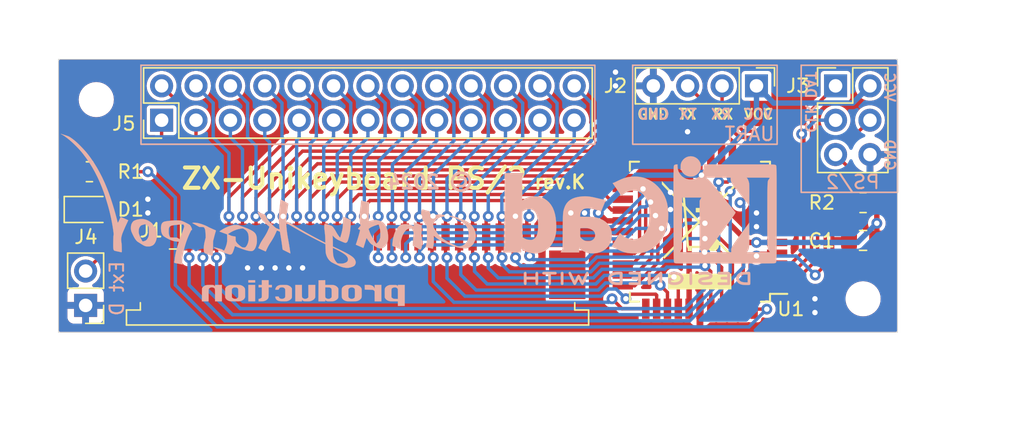
<source format=kicad_pcb>
(kicad_pcb (version 20221018) (generator pcbnew)
  (layers (0 "F.Cu" signal) (31 "B.Cu" signal) (34 "B.Paste" user) (35 "F.Paste" user) (36 "B.SilkS" user "B.Silkscreen") (37 "F.SilkS" user "F.Silkscreen") (38 "B.Mask" user) (39 "F.Mask" user) (44 "Edge.Cuts" user))
  (net 0 "")
  (net 1 "GND")
  (net 2 "+5V")
  (net 3 "Net-(D1-A)")
  (net 4 "/RESET")
  (net 5 "/AVR_MOSI")
  (net 6 "/AVR_SCK")
  (net 7 "/AVR_MISO")
  (net 8 "/PIN26")
  (net 9 "/PIN25")
  (net 10 "/PIN24")
  (net 11 "/PIN23")
  (net 12 "/PIN22")
  (net 13 "/PIN21")
  (net 14 "/PIN20")
  (net 15 "/PIN19")
  (net 16 "/PIN18")
  (net 17 "/PIN17")
  (net 18 "/PIN16")
  (net 19 "/PIN15")
  (net 20 "/PIN14")
  (net 21 "/PIN13")
  (net 22 "/PIN12")
  (net 23 "/PIN11")
  (net 24 "/PIN10")
  (net 25 "/PIN9")
  (net 26 "/PIN8")
  (net 27 "/PIN7")
  (net 28 "/PIN6")
  (net 29 "/PIN5")
  (net 30 "/PIN4")
  (net 31 "/PIN3")
  (net 32 "/PIN2")
  (net 33 "/PIN1")
  (net 34 "/UART_TX")
  (net 35 "/UART_RX")
  (net 36 "/AVR_SS")
  (footprint "Capacitor_SMD:C_0805_2012Metric_Pad1.18x1.45mm_HandSolder" (layer "F.Cu") (at 140.716 61.722 180)
    (fp_text reference "C1")
    (fp_text value "100nF")
  )
  (footprint "LED_SMD:LED_0805_2012Metric_Pad1.15x1.40mm_HandSolder" (layer "F.Cu") (at 83.566 59.436)
    (fp_text reference "D1")
    (fp_text value "ACT")
  )
  (footprint "Connector_PinHeader_2.54mm:PinHeader_2x03_P2.54mm_Vertical" (layer "F.Cu") (at 138.684 50.292)
    (fp_text reference "J3")
    (fp_text value "ISP")
  )
  (footprint "Connector_FFC-FPC:TE_2-84952-6_1x26-1MP_P1.0mm_Horizontal" (layer "F.Cu") (at 103.374 63.268)
    (fp_text reference "J1")
    (fp_text value "Matrix")
  )
  (footprint "Connector_PinHeader_2.54mm:PinHeader_1x04_P2.54mm_Vertical" (layer "F.Cu") (at 132.842 50.292 -90)
    (fp_text reference "J2" hide)
    (fp_text value "UART")
  )
  (footprint "Resistor_SMD:R_0805_2012Metric_Pad1.20x1.40mm_HandSolder" (layer "F.Cu") (at 140.716 58.928 180)
    (fp_text reference "R2")
    (fp_text value "10k")
  )
  (footprint "Resistor_SMD:R_0805_2012Metric_Pad1.20x1.40mm_HandSolder" (layer "F.Cu") (at 83.566 56.642 180)
    (fp_text reference "R1")
    (fp_text value "1k")
  )
  (footprint "Package_QFP:TQFP-44_10x10mm_P0.8mm" (layer "F.Cu") (at 128.666 61.074 180)
    (fp_text reference "U1")
    (fp_text value "ATmega32A-AU")
  )
  (footprint "MountingHole:MountingHole_2.1mm" (layer "F.Cu") (at 140.716 66.04)
    (fp_text reference "H1" hide)
    (fp_text value "MountingHole" hide)
  )
  (footprint "MountingHole:MountingHole_2.1mm" (layer "F.Cu") (at 84.074 51.308)
    (fp_text reference "H2" hide)
    (fp_text value "MountingHole" hide)
  )
  (footprint "Symbol:WEEE-Logo_5.6x8mm_SilkScreen" (layer "F.Cu") (at 128.666 61.328)
    (fp_text reference "REF**" hide)
    (fp_text value "WEEE-Logo_5.6x8mm_SilkScreen" hide)
  )
  (footprint "Connector_PinHeader_2.54mm:PinHeader_1x02_P2.54mm_Vertical" (layer "F.Cu") (at 83.287 66.528 180)
    (fp_text reference "J4")
    (fp_text value "Ext D")
  )
  (footprint "Connector_PinHeader_2.54mm:PinHeader_2x13_P2.54mm_Vertical" (layer "F.Cu") (at 88.9 52.832 90)
    (fp_text reference "J5")
    (fp_text value "Matrix")
  )
  (footprint "Symbol:KiCad-Logo2_8mm_SilkScreen" (layer "B.Cu") (at 124.206 59.436 180)
    (fp_text reference "REF**" hide)
    (fp_text value "KiCad-Logo2_8mm_SilkScreen" hide)
  )
  (footprint "footprints:andy_karpov_logo4_silk" (layer "B.Cu") (at 96.774 60.198 180)
    (fp_text reference "G***" hide)
    (fp_text value "LOGO" hide)
  )
  (gr_rect (start 136.144 48.768) (end 143.256 58.166) (stroke (width 0.12)) (fill none) (layer "B.SilkS"))
  (gr_rect (start 87.376 48.768) (end 120.904 54.61) (stroke (width 0.12)) (fill none) (layer "B.SilkS"))
  (gr_rect (start 123.698 48.768) (end 134.366 54.61) (stroke (width 0.12)) (fill none) (layer "B.SilkS"))
  (gr_line (start 81.28 68.5165) (end 81.28 48.3235) (stroke (width 0.05)) (layer "Edge.Cuts"))
  (gr_line (start 81.28 48.3235) (end 143.256 48.3235) (stroke (width 0.05)) (layer "Edge.Cuts"))
  (gr_line (start 143.256 68.5165) (end 81.28 68.5165) (stroke (width 0.05)) (layer "Edge.Cuts"))
  (gr_line (start 143.256 48.3235) (end 143.256 68.5165) (stroke (width 0.05)) (layer "Edge.Cuts"))
  (gr_text "TX" (at 128.524 52.832) (layer "B.SilkS") (effects (font (size 0.75 0.75)) (justify left bottom mirror)))
  (gr_text "© 2024" (at 112.014 57.404) (layer "B.SilkS") (effects (font (size 1 1) (thickness 0.2)) (justify left mirror)))
  (gr_text "PS/2" (at 139.954 57.404) (layer "B.SilkS") (effects (font (size 1 1)) (justify mirror)))
  (gr_text "RX" (at 131.064 52.832) (layer "B.SilkS") (effects (font (size 0.75 0.75)) (justify left bottom mirror)))
  (gr_text "VCC" (at 134.112 52.832) (layer "B.SilkS") (effects (font (size 0.75 0.75)) (justify left bottom mirror)))
  (gr_text "GND" (at 126.492 52.832) (layer "B.SilkS") (effects (font (size 0.75 0.75)) (justify left bottom mirror)))
  (gr_text "DAT" (at 136.398 51.308 -90) (layer "B.SilkS") (effects (font (size 0.75 0.75)) (justify left bottom mirror)))
  (gr_text "GND" (at 142.24 56.642 -90) (layer "B.SilkS") (effects (font (size 0.75 0.75)) (justify left bottom mirror)))
  (gr_text "VCC" (at 142.24 51.562 -90) (layer "B.SilkS") (effects (font (size 0.75 0.75)) (justify left bottom mirror)))
  (gr_text "CLK" (at 136.398 53.848 -90) (layer "B.SilkS") (effects (font (size 0.75 0.75)) (justify left bottom mirror)))
  (gr_text "rev.K" (at 116.332 57.404) (layer "F.SilkS") (effects (font (size 1 1) (thickness 0.2)) (justify left)))
  (gr_text "RX" (at 129.54 52.832) (layer "F.SilkS") (effects (font (size 0.75 0.75)) (justify left bottom)))
  (gr_text "VCC" (at 131.826 52.832) (layer "F.SilkS") (effects (font (size 0.75 0.75)) (justify left bottom)))
  (gr_text "ZX-Unikeyboard PS/2" (at 103.124 57.15) (layer "F.SilkS") (effects (font (size 1.5 1.5) (thickness 0.3))))
  (gr_text "TX" (at 127 52.832) (layer "F.SilkS") (effects (font (size 0.75 0.75)) (justify left bottom)))
  (gr_text "GND" (at 123.952 52.832) (layer "F.SilkS") (effects (font (size 0.75 0.75)) (justify left bottom)))
  (segment (start 121.018 61.074) (end 120.142 60.198) (width 0.4) (layer "F.Cu") (net 1))
  (segment (start 127.866 53.799306) (end 127.750847 53.684153) (width 0.25) (layer "F.Cu") (net 1))
  (segment (start 122.966 61.074) (end 121.018 61.074) (width 0.4) (layer "F.Cu") (net 1))
  (segment (start 120.142 60.198) (end 120.142 59.69) (width 0.4) (layer "F.Cu") (net 1))
  (segment (start 127.866 55.374) (end 127.866 53.799306) (width 0.25) (layer "F.Cu") (net 1))
  (via (at 122.428 49.276) (size 0.8) (drill 0.4) (layers "F.Cu" "B.Cu") (net 1))
  (via (at 137.16 67.056) (size 0.8) (drill 0.4) (layers "F.Cu" "B.Cu") (net 1))
  (via (at 96.266 63.754) (size 0.8) (drill 0.4) (layers "F.Cu" "B.Cu") (net 1))
  (via (at 132.842 59.69) (size 0.8) (drill 0.4) (layers "F.Cu" "B.Cu") (net 1))
  (via (at 127.750847 53.684153) (size 0.8) (drill 0.4) (layers "F.Cu" "B.Cu") (net 1))
  (via (at 97.282 63.754) (size 0.8) (drill 0.4) (layers "F.Cu" "B.Cu") (net 1))
  (via (at 122.428 50.292) (size 0.8) (drill 0.4) (layers "F.Cu" "B.Cu") (net 1))
  (via (at 132.842 60.706) (size 0.8) (drill 0.4) (layers "F.Cu" "B.Cu") (net 1))
  (via (at 95.25 63.754) (size 0.8) (drill 0.4) (layers "F.Cu" "B.Cu") (net 1))
  (via (at 98.298 63.754) (size 0.8) (drill 0.4) (layers "F.Cu" "B.Cu") (net 1))
  (via (at 99.314 63.754) (size 0.8) (drill 0.4) (layers "F.Cu" "B.Cu") (net 1))
  (via (at 119.126 59.69) (size 0.8) (drill 0.4) (layers "F.Cu" "B.Cu") (net 1))
  (via (at 126.492 58.166) (size 0.8) (drill 0.4) (layers "F.Cu" "B.Cu") (net 1))
  (via (at 87.884 59.69) (size 0.8) (drill 0.4) (layers "F.Cu" "B.Cu") (net 1))
  (via (at 126.492 59.436) (size 0.8) (drill 0.4) (layers "F.Cu" "B.Cu") (net 1))
  (via (at 120.142 59.69) (size 0.8) (drill 0.4) (layers "F.Cu" "B.Cu") (net 1))
  (via (at 87.884 58.674) (size 0.8) (drill 0.4) (layers "F.Cu" "B.Cu") (net 1))
  (via (at 137.16 66.04) (size 0.8) (drill 0.4) (layers "F.Cu" "B.Cu") (net 1))
  (segment (start 127.750847 53.684153) (end 127.750847 53.605153) (width 0.25) (layer "B.Cu") (net 1))
  (segment (start 120.142 59.69) (end 119.38 59.69) (width 0.25) (layer "B.Cu") (net 1))
  (segment (start 127.750847 53.605153) (end 128.27 53.086) (width 0.25) (layer "B.Cu") (net 1))
  (segment (start 141.732 60.452) (end 141.732 58.944) (width 0.4) (layer "F.Cu") (net 2))
  (segment (start 134.366 61.874) (end 132.842 61.874) (width 0.4) (layer "F.Cu") (net 2))
  (segment (start 128.778 58.42) (end 128.778 56.896) (width 0.4) (layer "F.Cu") (net 2))
  (segment (start 141.732 60.452) (end 141.732 61.7005) (width 0.4) (layer "F.Cu") (net 2))
  (segment (start 127.866 59.332) (end 128.778 58.42) (width 0.4) (layer "F.Cu") (net 2))
  (segment (start 141.732 58.944) (end 141.716 58.928) (width 0.25) (layer "F.Cu") (net 2))
  (segment (start 132.842 61.874) (end 132.232 61.874) (width 0.4) (layer "F.Cu") (net 2))
  (segment (start 128.666 56.784) (end 128.666 55.374) (width 0.4) (layer "F.Cu") (net 2))
  (segment (start 121.158 59.69) (end 121.742 60.274) (width 0.4) (layer "F.Cu") (net 2))
  (segment (start 121.742 60.274) (end 122.966 60.274) (width 0.4) (layer "F.Cu") (net 2))
  (segment (start 128.778 56.896) (end 128.666 56.784) (width 0.25) (layer "F.Cu") (net 2))
  (segment (start 132.232 61.874) (end 128.778 58.42) (width 0.4) (layer "F.Cu") (net 2))
  (segment (start 127.866 66.774) (end 127.866 59.332) (width 0.4) (layer "F.Cu") (net 2))
  (segment (start 141.732 61.7005) (end 141.7535 61.722) (width 0.25) (layer "F.Cu") (net 2))
  (via (at 121.158 59.69) (size 0.8) (drill 0.4) (layers "F.Cu" "B.Cu") (net 2))
  (via (at 128.778 56.896) (size 0.8) (drill 0.4) (layers "F.Cu" "B.Cu") (net 2))
  (via (at 141.732 60.452) (size 0.8) (drill 0.4) (layers "F.Cu" "B.Cu") (net 2))
  (via (at 132.842 61.874) (size 0.8) (drill 0.4) (layers "F.Cu" "B.Cu") (net 2))
  (segment (start 140.31 61.874) (end 132.842 61.874) (width 0.4) (layer "B.Cu") (net 2))
  (segment (start 128.778 56.896) (end 132.842 52.832) (width 0.4) (layer "B.Cu") (net 2))
  (segment (start 139.954 51.562) (end 134.112 51.562) (width 0.4) (layer "B.Cu") (net 2))
  (segment (start 123.952 56.896) (end 128.778 56.896) (width 0.4) (layer "B.Cu") (net 2))
  (segment (start 141.224 50.292) (end 139.954 51.562) (width 0.4) (layer "B.Cu") (net 2))
  (segment (start 121.158 59.69) (end 123.952 56.896) (width 0.4) (layer "B.Cu") (net 2))
  (segment (start 134.112 51.562) (end 132.842 50.292) (width 0.4) (layer "B.Cu") (net 2))
  (segment (start 132.842 52.832) (end 132.842 50.292) (width 0.4) (layer "B.Cu") (net 2))
  (segment (start 141.732 60.452) (end 140.31 61.874) (width 0.4) (layer "B.Cu") (net 2))
  (segment (start 83.287 63.988) (end 84.591 62.684) (width 0.25) (layer "F.Cu") (net 3))
  (segment (start 84.591 62.684) (end 84.591 59.436) (width 0.25) (layer "F.Cu") (net 3))
  (segment (start 84.591 58.937) (end 84.591 59.436) (width 0.25) (layer "F.Cu") (net 3))
  (segment (start 82.566 56.912) (end 84.591 58.937) (width 0.25) (layer "F.Cu") (net 3))
  (segment (start 82.566 56.642) (end 82.566 56.912) (width 0.25) (layer "F.Cu") (net 3))
  (segment (start 139.716 58.928) (end 139.716 56.404) (width 0.25) (layer "F.Cu") (net 4))
  (segment (start 137.922 63.543306) (end 137.922 59.182) (width 0.25) (layer "F.Cu") (net 4))
  (segment (start 138.176 58.928) (end 139.716 58.928) (width 0.25) (layer "F.Cu") (net 4))
  (segment (start 132.842 62.874003) (end 133.042003 62.674) (width 0.25) (layer "F.Cu") (net 4))
  (segment (start 139.716 56.404) (end 138.684 55.372) (width 0.25) (layer "F.Cu") (net 4))
  (segment (start 133.042003 62.674) (end 134.366 62.674) (width 0.25) (layer "F.Cu") (net 4))
  (segment (start 137.922 59.182) (end 138.176 58.928) (width 0.25) (layer "F.Cu") (net 4))
  (segment (start 137.181653 64.283653) (end 137.922 63.543306) (width 0.25) (layer "F.Cu") (net 4))
  (via (at 132.842 62.874003) (size 0.8) (drill 0.4) (layers "F.Cu" "B.Cu") (net 4))
  (via (at 137.181653 64.283653) (size 0.8) (drill 0.4) (layers "F.Cu" "B.Cu") (net 4))
  (segment (start 132.842 62.874003) (end 135.772003 62.874003) (width 0.25) (layer "B.Cu") (net 4))
  (segment (start 135.772003 62.874003) (end 137.181653 64.283653) (width 0.25) (layer "B.Cu") (net 4))
  (segment (start 135.366 65.074) (end 137.356 63.084) (width 0.25) (layer "F.Cu") (net 5))
  (segment (start 137.356 63.084) (end 137.356 54.922) (width 0.25) (layer "F.Cu") (net 5))
  (segment (start 139.954 54.102) (end 141.224 52.832) (width 0.25) (layer "F.Cu") (net 5))
  (segment (start 137.356 54.922) (end 138.176 54.102) (width 0.25) (layer "F.Cu") (net 5))
  (segment (start 138.176 54.102) (end 139.954 54.102) (width 0.25) (layer "F.Cu") (net 5))
  (segment (start 134.366 65.074) (end 135.366 65.074) (width 0.25) (layer "F.Cu") (net 5))
  (segment (start 135.366 63.474) (end 134.366 63.474) (width 0.25) (layer "F.Cu") (net 6))
  (segment (start 136.341 54.008) (end 136.341 62.499) (width 0.25) (layer "F.Cu") (net 6))
  (segment (start 136.341 62.499) (end 135.366 63.474) (width 0.25) (layer "F.Cu") (net 6))
  (segment (start 136.181 53.848) (end 136.341 54.008) (width 0.25) (layer "F.Cu") (net 6))
  (via (at 136.181 53.848) (size 0.8) (drill 0.4) (layers "F.Cu" "B.Cu") (net 6))
  (segment (start 137.197 52.832) (end 138.684 52.832) (width 0.25) (layer "B.Cu") (net 6))
  (segment (start 136.181 53.848) (end 137.197 52.832) (width 0.25) (layer "B.Cu") (net 6))
  (segment (start 136.906 52.07) (end 138.684 50.292) (width 0.25) (layer "F.Cu") (net 7))
  (segment (start 135.37 64.274) (end 136.906 62.738) (width 0.25) (layer "F.Cu") (net 7))
  (segment (start 134.366 64.274) (end 135.37 64.274) (width 0.25) (layer "F.Cu") (net 7))
  (segment (start 136.906 62.738) (end 136.906 52.07) (width 0.25) (layer "F.Cu") (net 7))
  (segment (start 129.032 60.452) (end 131.866 63.286) (width 0.25) (layer "F.Cu") (net 8))
  (segment (start 115.874 60.107516) (end 115.874 61.468) (width 0.25) (layer "F.Cu") (net 8))
  (segment (start 115.874 62.665) (end 115.874 61.468) (width 0.25) (layer "F.Cu") (net 8))
  (segment (start 131.866 63.286) (end 131.866 66.774) (width 0.25) (layer "F.Cu") (net 8))
  (segment (start 116.078 62.869) (end 115.874 62.665) (width 0.25) (layer "F.Cu") (net 8))
  (segment (start 116.034617 59.946899) (end 115.874 60.107516) (width 0.25) (layer "F.Cu") (net 8))
  (via (at 129.032 60.452) (size 0.8) (drill 0.4) (layers "F.Cu" "B.Cu") (net 8))
  (via (at 116.034617 59.946899) (size 0.8) (drill 0.4) (layers "F.Cu" "B.Cu") (net 8))
  (via (at 116.078 62.869) (size 0.8) (drill 0.4) (layers "F.Cu" "B.Cu") (net 8))
  (segment (start 120.65 54.356) (end 120.65 51.562) (width 0.25) (layer "B.Cu") (net 8))
  (segment (start 125.501718 62.506) (end 120.864319 62.506) (width 0.25) (layer "B.Cu") (net 8))
  (segment (start 127.555718 60.452) (end 125.501718 62.506) (width 0.25) (layer "B.Cu") (net 8))
  (segment (start 129.032 60.452) (end 127.555718 60.452) (width 0.25) (layer "B.Cu") (net 8))
  (segment (start 116.353 63.144) (end 116.078 62.869) (width 0.25) (layer "B.Cu") (net 8))
  (segment (start 116.034617 58.971383) (end 120.65 54.356) (width 0.25) (layer "B.Cu") (net 8))
  (segment (start 116.034617 59.946899) (end 116.034617 58.971383) (width 0.25) (layer "B.Cu") (net 8))
  (segment (start 120.226319 63.144) (end 116.353 63.144) (width 0.25) (layer "B.Cu") (net 8))
  (segment (start 120.864319 62.506) (end 120.226319 63.144) (width 0.25) (layer "B.Cu") (net 8))
  (segment (start 120.65 51.562) (end 119.38 50.292) (width 0.25) (layer "B.Cu") (net 8))
  (segment (start 115.046003 62.992) (end 114.874 62.819997) (width 0.25) (layer "F.Cu") (net 9))
  (segment (start 129.153788 61.589788) (end 131.066 63.502) (width 0.25) (layer "F.Cu") (net 9))
  (segment (start 114.874 60.093846) (end 114.874 61.468) (width 0.25) (layer "F.Cu") (net 9))
  (segment (start 131.066 63.502) (end 131.066 66.774) (width 0.25) (layer "F.Cu") (net 9))
  (segment (start 115.034709 59.933137) (end 114.874 60.093846) (width 0.25) (layer "F.Cu") (net 9))
  (segment (start 114.874 62.819997) (end 114.874 61.468) (width 0.25) (layer "F.Cu") (net 9))
  (segment (start 129.03219 61.589788) (end 129.153788 61.589788) (width 0.25) (layer "F.Cu") (net 9))
  (via (at 115.046003 62.992) (size 0.8) (drill 0.4) (layers "F.Cu" "B.Cu") (net 9))
  (via (at 115.034709 59.933137) (size 0.8) (drill 0.4) (layers "F.Cu" "B.Cu") (net 9))
  (via (at 129.03219 61.589788) (size 0.8) (drill 0.4) (layers "F.Cu" "B.Cu") (net 9))
  (segment (start 119.38 54.356) (end 119.38 52.832) (width 0.25) (layer "B.Cu") (net 9))
  (segment (start 115.034709 59.933137) (end 115.034709 58.701291) (width 0.25) (layer "B.Cu") (net 9))
  (segment (start 115.046003 62.992) (end 115.046003 63.230003) (width 0.25) (layer "B.Cu") (net 9))
  (segment (start 126.271005 62.796) (end 127.477217 61.589788) (width 0.25) (layer "B.Cu") (net 9))
  (segment (start 115.046003 63.230003) (end 115.41 63.594) (width 0.25) (layer "B.Cu") (net 9))
  (segment (start 120.412715 63.594) (end 121.050715 62.956) (width 0.25) (layer "B.Cu") (net 9))
  (segment (start 125.848114 62.796) (end 126.271005 62.796) (width 0.25) (layer "B.Cu") (net 9))
  (segment (start 127.477217 61.589788) (end 129.03219 61.589788) (width 0.25) (layer "B.Cu") (net 9))
  (segment (start 115.034709 58.701291) (end 119.38 54.356) (width 0.25) (layer "B.Cu") (net 9))
  (segment (start 121.050715 62.956) (end 125.688114 62.956) (width 0.25) (layer "B.Cu") (net 9))
  (segment (start 115.41 63.594) (end 120.412715 63.594) (width 0.25) (layer "B.Cu") (net 9))
  (segment (start 125.688114 62.956) (end 125.848114 62.796) (width 0.25) (layer "B.Cu") (net 9))
  (segment (start 129.012925 62.589605) (end 129.137605 62.589605) (width 0.25) (layer "F.Cu") (net 10))
  (segment (start 129.137605 62.589605) (end 130.266 63.718) (width 0.25) (layer "F.Cu") (net 10))
  (segment (start 130.266 63.718) (end 130.266 66.774) (width 0.25) (layer "F.Cu") (net 10))
  (segment (start 113.874 60.104778) (end 113.874 61.468) (width 0.25) (layer "F.Cu") (net 10))
  (segment (start 114.034766 59.944012) (end 113.874 60.104778) (width 0.25) (layer "F.Cu") (net 10))
  (segment (start 113.874 62.82) (end 114.046 62.992) (width 0.25) (layer "F.Cu") (net 10))
  (segment (start 113.874 61.468) (end 113.874 62.82) (width 0.25) (layer "F.Cu") (net 10))
  (via (at 129.012925 62.589605) (size 0.8) (drill 0.4) (layers "F.Cu" "B.Cu") (net 10))
  (via (at 114.034766 59.944012) (size 0.8) (drill 0.4) (layers "F.Cu" "B.Cu") (net 10))
  (via (at 114.046 62.992) (size 0.8) (drill 0.4) (layers "F.Cu" "B.Cu") (net 10))
  (segment (start 128.35653 63.246) (end 126.03451 63.246) (width 0.25) (layer "B.Cu") (net 10))
  (segment (start 120.599111 64.044) (end 114.59 64.044) (width 0.25) (layer "B.Cu") (net 10))
  (segment (start 114.034766 59.944012) (end 114.034766 58.431234) (width 0.25) (layer "B.Cu") (net 10))
  (segment (start 125.87451 63.406) (end 121.237111 63.406) (width 0.25) (layer "B.Cu") (net 10))
  (segment (start 114.59 64.044) (end 114.046 63.5) (width 0.25) (layer "B.Cu") (net 10))
  (segment (start 129.012925 62.589605) (end 128.35653 63.246) (width 0.25) (layer "B.Cu") (net 10))
  (segment (start 114.034766 58.431234) (end 118.11 54.356) (width 0.25) (layer "B.Cu") (net 10))
  (segment (start 126.03451 63.246) (end 125.87451 63.406) (width 0.25) (layer "B.Cu") (net 10))
  (segment (start 121.237111 63.406) (end 120.599111 64.044) (width 0.25) (layer "B.Cu") (net 10))
  (segment (start 114.046 63.5) (end 114.046 62.992) (width 0.25) (layer "B.Cu") (net 10))
  (segment (start 118.11 51.562) (end 116.84 50.292) (width 0.25) (layer "B.Cu") (net 10))
  (segment (start 118.11 54.356) (end 118.11 51.562) (width 0.25) (layer "B.Cu") (net 10))
  (segment (start 113.03 59.944) (end 112.874 60.1) (width 0.25) (layer "F.Cu") (net 11))
  (segment (start 129.03616 63.591675) (end 129.466 64.021515) (width 0.25) (layer "F.Cu") (net 11))
  (segment (start 112.874 60.1) (end 112.874 61.468) (width 0.25) (layer "F.Cu") (net 11))
  (segment (start 112.874 61.468) (end 112.874 62.836) (width 0.25) (layer "F.Cu") (net 11))
  (segment (start 112.874 62.836) (end 113.03 62.992) (width 0.25) (layer "F.Cu") (net 11))
  (segment (start 129.466 64.021515) (end 129.466 66.774) (width 0.25) (layer "F.Cu") (net 11))
  (via (at 113.03 62.992) (size 0.8) (drill 0.4) (layers "F.Cu" "B.Cu") (net 11))
  (via (at 129.03616 63.591675) (size 0.8) (drill 0.4) (layers "F.Cu" "B.Cu") (net 11))
  (via (at 113.03 59.944) (size 0.8) (drill 0.4) (layers "F.Cu" "B.Cu") (net 11))
  (segment (start 120.785507 64.494) (end 113.77 64.494) (width 0.25) (layer "B.Cu") (net 11))
  (segment (start 116.84 54.356) (end 116.84 52.832) (width 0.25) (layer "B.Cu") (net 11))
  (segment (start 121.423507 63.856) (end 120.785507 64.494) (width 0.25) (layer "B.Cu") (net 11))
  (segment (start 129.03616 63.591675) (end 128.931835 63.696) (width 0.25) (layer "B.Cu") (net 11))
  (segment (start 113.03 59.944) (end 113.03 58.166) (width 0.25) (layer "B.Cu") (net 11))
  (segment (start 126.220906 63.696) (end 126.060906 63.856) (width 0.25) (layer "B.Cu") (net 11))
  (segment (start 113.77 64.494) (end 113.03 63.754) (width 0.25) (layer "B.Cu") (net 11))
  (segment (start 128.931835 63.696) (end 126.220906 63.696) (width 0.25) (layer "B.Cu") (net 11))
  (segment (start 113.03 58.166) (end 116.84 54.356) (width 0.25) (layer "B.Cu") (net 11))
  (segment (start 126.060906 63.856) (end 121.423507 63.856) (width 0.25) (layer "B.Cu") (net 11))
  (segment (start 113.03 63.754) (end 113.03 62.992) (width 0.25) (layer "B.Cu") (net 11))
  (segment (start 127.066 64.741) (end 127.066 66.774) (width 0.25) (layer "F.Cu") (net 12))
  (segment (start 111.874 62.852) (end 112.014 62.992) (width 0.25) (layer "F.Cu") (net 12))
  (segment (start 111.874 61.468) (end 111.874 62.852) (width 0.25) (layer "F.Cu") (net 12))
  (segment (start 126.746 64.421) (end 127.066 64.741) (width 0.25) (layer "F.Cu") (net 12))
  (segment (start 111.998003 59.944) (end 111.874 60.068003) (width 0.25) (layer "F.Cu") (net 12))
  (segment (start 111.874 60.068003) (end 111.874 61.468) (width 0.25) (layer "F.Cu") (net 12))
  (via (at 126.746 64.421) (size 0.8) (drill 0.4) (layers "F.Cu" "B.Cu") (net 12))
  (via (at 111.998003 59.944) (size 0.8) (drill 0.4) (layers "F.Cu" "B.Cu") (net 12))
  (via (at 112.014 62.992) (size 0.8) (drill 0.4) (layers "F.Cu" "B.Cu") (net 12))
  (segment (start 112.95 64.944) (end 112.014 64.008) (width 0.25) (layer "B.Cu") (net 12))
  (segment (start 115.57 54.102) (end 115.57 51.562) (width 0.25) (layer "B.Cu") (net 12))
  (segment (start 126.746 64.421) (end 126.631 64.306) (width 0.25) (layer "B.Cu") (net 12))
  (segment (start 111.998003 57.673997) (end 115.57 54.102) (width 0.25) (layer "B.Cu") (net 12))
  (segment (start 120.971903 64.944) (end 112.95 64.944) (width 0.25) (layer "B.Cu") (net 12))
  (segment (start 126.631 64.306) (end 121.609903 64.306) (width 0.25) (layer "B.Cu") (net 12))
  (segment (start 111.998003 59.944) (end 111.998003 57.673997) (width 0.25) (layer "B.Cu") (net 12))
  (segment (start 115.57 51.562) (end 114.3 50.292) (width 0.25) (layer "B.Cu") (net 12))
  (segment (start 121.609903 64.306) (end 120.971903 64.944) (width 0.25) (layer "B.Cu") (net 12))
  (segment (start 112.014 64.008) (end 112.014 62.992) (width 0.25) (layer "B.Cu") (net 12))
  (segment (start 110.874 62.868) (end 110.998 62.992) (width 0.25) (layer "F.Cu") (net 13))
  (segment (start 110.998 59.944) (end 110.874 60.068) (width 0.25) (layer "F.Cu") (net 13))
  (segment (start 125.73 65.031) (end 126.266 65.567) (width 0.25) (layer "F.Cu") (net 13))
  (segment (start 126.266 65.567) (end 126.266 66.774) (width 0.25) (layer "F.Cu") (net 13))
  (segment (start 110.874 60.068) (end 110.874 61.468) (width 0.25) (layer "F.Cu") (net 13))
  (segment (start 110.874 61.468) (end 110.874 62.868) (width 0.25) (layer "F.Cu") (net 13))
  (via (at 110.998 59.944) (size 0.8) (drill 0.4) (layers "F.Cu" "B.Cu") (net 13))
  (via (at 110.998 62.992) (size 0.8) (drill 0.4) (layers "F.Cu" "B.Cu") (net 13))
  (via (at 125.73 65.031) (size 0.8) (drill 0.4) (layers "F.Cu" "B.Cu") (net 13))
  (segment (start 125.564 64.865) (end 121.687299 64.865) (width 0.25) (layer "B.Cu") (net 13))
  (segment (start 114.3 54.356) (end 114.3 52.832) (width 0.25) (layer "B.Cu") (net 13))
  (segment (start 125.73 65.031) (end 125.564 64.865) (width 0.25) (layer "B.Cu") (net 13))
  (segment (start 110.998 59.944) (end 110.998 57.658) (width 0.25) (layer "B.Cu") (net 13))
  (segment (start 121.158299 65.394) (end 112.13 65.394) (width 0.25) (layer "B.Cu") (net 13))
  (segment (start 112.13 65.394) (end 110.998 64.262) (width 0.25) (layer "B.Cu") (net 13))
  (segment (start 110.998 64.262) (end 110.998 62.992) (width 0.25) (layer "B.Cu") (net 13))
  (segment (start 121.687299 64.865) (end 121.158299 65.394) (width 0.25) (layer "B.Cu") (net 13))
  (segment (start 110.998 57.658) (end 114.3 54.356) (width 0.25) (layer "B.Cu") (net 13))
  (segment (start 123.531 65.699) (end 125.391 65.699) (width 0.25) (layer "F.Cu") (net 14))
  (segment (start 125.391 65.699) (end 125.466 65.774) (width 0.25) (layer "F.Cu") (net 14))
  (segment (start 109.874 62.884) (end 109.982 62.992) (width 0.25) (layer "F.Cu") (net 14))
  (segment (start 109.874 61.468) (end 109.874 60.052) (width 0.25) (layer "F.Cu") (net 14))
  (segment (start 109.874 60.052) (end 109.982 59.944) (width 0.25) (layer "F.Cu") (net 14))
  (segment (start 109.874 61.468) (end 109.874 62.884) (width 0.25) (layer "F.Cu") (net 14))
  (segment (start 125.466 65.774) (end 125.466 66.774) (width 0.25) (layer "F.Cu") (net 14))
  (segment (start 123.194653 66.035347) (end 123.531 65.699) (width 0.25) (layer "F.Cu") (net 14))
  (via (at 123.194653 66.035347) (size 0.8) (drill 0.4) (layers "F.Cu" "B.Cu") (net 14))
  (via (at 109.982 59.944) (size 0.8) (drill 0.4) (layers "F.Cu" "B.Cu") (net 14))
  (via (at 109.982 62.992) (size 0.8) (drill 0.4) (layers "F.Cu" "B.Cu") (net 14))
  (segment (start 121.873695 65.315) (end 121.344695 65.844) (width 0.25) (layer "B.Cu") (net 14))
  (segment (start 122.474306 65.315) (end 121.873695 65.315) (width 0.25) (layer "B.Cu") (net 14))
  (segment (start 109.982 59.944) (end 109.982 57.15) (width 0.25) (layer "B.Cu") (net 14))
  (segment (start 123.194653 66.035347) (end 122.474306 65.315) (width 0.25) (layer "B.Cu") (net 14))
  (segment (start 113.03 51.562) (end 111.76 50.292) (width 0.25) (layer "B.Cu") (net 14))
  (segment (start 111.31 65.844) (end 109.982 64.516) (width 0.25) (layer "B.Cu") (net 14))
  (segment (start 109.982 57.15) (end 113.03 54.102) (width 0.25) (layer "B.Cu") (net 14))
  (segment (start 121.344695 65.844) (end 111.31 65.844) (width 0.25) (layer "B.Cu") (net 14))
  (segment (start 109.982 64.516) (end 109.982 62.992) (width 0.25) (layer "B.Cu") (net 14))
  (segment (start 113.03 54.102) (end 113.03 51.562) (width 0.25) (layer "B.Cu") (net 14))
  (segment (start 108.874 59.990358) (end 108.874 61.468) (width 0.25) (layer "F.Cu") (net 15))
  (segment (start 108.874 62.9) (end 108.966 62.992) (width 0.25) (layer "F.Cu") (net 15))
  (segment (start 108.947916 59.916442) (end 108.874 59.990358) (width 0.25) (layer "F.Cu") (net 15))
  (segment (start 122.908 66.774) (end 124.666 66.774) (width 0.25) (layer "F.Cu") (net 15))
  (segment (start 122.174 66.04) (end 122.908 66.774) (width 0.25) (layer "F.Cu") (net 15))
  (segment (start 108.874 61.468) (end 108.874 62.9) (width 0.25) (layer "F.Cu") (net 15))
  (via (at 122.174 66.04) (size 0.8) (drill 0.4) (layers "F.Cu" "B.Cu") (net 15))
  (via (at 108.966 62.992) (size 0.8) (drill 0.4) (layers "F.Cu" "B.Cu") (net 15))
  (via (at 108.947916 59.916442) (size 0.8) (drill 0.4) (layers "F.Cu" "B.Cu") (net 15))
  (segment (start 108.947916 59.916442) (end 108.982073 59.882285) (width 0.25) (layer "B.Cu") (net 15))
  (segment (start 108.982073 56.879927) (end 111.76 54.102) (width 0.25) (layer "B.Cu") (net 15))
  (segment (start 108.966 62.992) (end 108.966 64.77) (width 0.25) (layer "B.Cu") (net 15))
  (segment (start 108.982073 59.882285) (end 108.982073 56.879927) (width 0.25) (layer "B.Cu") (net 15))
  (segment (start 110.49 66.294) (end 121.92 66.294) (width 0.25) (layer "B.Cu") (net 15))
  (segment (start 121.92 66.294) (end 122.174 66.04) (width 0.25) (layer "B.Cu") (net 15))
  (segment (start 111.76 54.102) (end 111.76 52.832) (width 0.25) (layer "B.Cu") (net 15))
  (segment (start 108.966 64.77) (end 110.49 66.294) (width 0.25) (layer "B.Cu") (net 15))
  (segment (start 107.95 62.992) (end 107.874 62.916) (width 0.25) (layer "F.Cu") (net 16))
  (segment (start 123.841 65.074) (end 122.966 65.074) (width 0.25) (layer "F.Cu") (net 16))
  (segment (start 107.874 62.916) (end 107.874 61.468) (width 0.25) (layer "F.Cu") (net 16))
  (segment (start 125.831 60.832918) (end 125.556 61.107918) (width 0.25) (layer "F.Cu") (net 16))
  (segment (start 125.556 61.107918) (end 125.556 63.359) (width 0.25) (layer "F.Cu") (net 16))
  (segment (start 107.874 60.057) (end 107.874 61.468) (width 0.25) (layer "F.Cu") (net 16))
  (segment (start 107.95 59.981) (end 107.874 60.057) (width 0.25) (layer "F.Cu") (net 16))
  (segment (start 125.556 63.359) (end 123.841 65.074) (width 0.25) (layer "F.Cu") (net 16))
  (via (at 107.95 62.992) (size 0.8) (drill 0.4) (layers "F.Cu" "B.Cu") (net 16))
  (via (at 125.831 60.832918) (size 0.8) (drill 0.4) (layers "F.Cu" "B.Cu") (net 16))
  (via (at 107.95 59.981) (size 0.8) (drill 0.4) (layers "F.Cu" "B.Cu") (net 16))
  (segment (start 108.378 62.056) (end 107.95 62.484) (width 0.25) (layer "B.Cu") (net 16))
  (segment (start 110.49 51.562) (end 109.22 50.292) (width 0.25) (layer "B.Cu") (net 16))
  (segment (start 107.95 62.484) (end 107.95 62.992) (width 0.25) (layer "B.Cu") (net 16))
  (segment (start 110.49 54.356) (end 110.49 51.562) (width 0.25) (layer "B.Cu") (net 16))
  (segment (start 123.95627 60.832918) (end 122.733188 62.056) (width 0.25) (layer "B.Cu") (net 16))
  (segment (start 122.733188 62.056) (end 108.378 62.056) (width 0.25) (layer "B.Cu") (net 16))
  (segment (start 107.95 56.896) (end 110.49 54.356) (width 0.25) (layer "B.Cu") (net 16))
  (segment (start 125.831 60.832918) (end 123.95627 60.832918) (width 0.25) (layer "B.Cu") (net 16))
  (segment (start 107.95 59.981) (end 107.95 56.896) (width 0.25) (layer "B.Cu") (net 16))
  (segment (start 125.106 63.009) (end 123.841 64.274) (width 0.25) (layer "F.Cu") (net 17))
  (segment (start 106.874 59.944912) (end 106.874 61.468) (width 0.25) (layer "F.Cu") (net 17))
  (segment (start 123.841 64.274) (end 122.966 64.274) (width 0.25) (layer "F.Cu") (net 17))
  (segment (start 106.874 62.932) (end 106.874 61.468) (width 0.25) (layer "F.Cu") (net 17))
  (segment (start 125.106 60.158744) (end 125.106 63.009) (width 0.25) (layer "F.Cu") (net 17))
  (segment (start 125.381 59.883744) (end 125.106 60.158744) (width 0.25) (layer "F.Cu") (net 17))
  (segment (start 106.901638 59.917274) (end 106.874 59.944912) (width 0.25) (layer "F.Cu") (net 17))
  (segment (start 106.934 62.992) (end 106.874 62.932) (width 0.25) (layer "F.Cu") (net 17))
  (via (at 106.934 62.992) (size 0.8) (drill 0.4) (layers "F.Cu" "B.Cu") (net 17))
  (via (at 125.381 59.883744) (size 0.8) (drill 0.4) (layers "F.Cu" "B.Cu") (net 17))
  (via (at 106.901638 59.917274) (size 0.8) (drill 0.4) (layers "F.Cu" "B.Cu") (net 17))
  (segment (start 106.951392 59.86752) (end 106.951392 56.624608) (width 0.25) (layer "B.Cu") (net 17))
  (segment (start 107.304 61.606) (end 106.934 61.976) (width 0.25) (layer "B.Cu") (net 17))
  (segment (start 106.951392 56.624608) (end 109.22 54.356) (width 0.25) (layer "B.Cu") (net 17))
  (segment (start 125.381 59.883744) (end 124.269048 59.883744) (width 0.25) (layer "B.Cu") (net 17))
  (segment (start 109.22 54.356) (end 109.22 52.832) (width 0.25) (layer "B.Cu") (net 17))
  (segment (start 106.934 61.976) (end 106.934 62.992) (width 0.25) (layer "B.Cu") (net 17))
  (segment (start 122.546792 61.606) (end 107.304 61.606) (width 0.25) (layer "B.Cu") (net 17))
  (segment (start 106.901638 59.917274) (end 106.951392 59.86752) (width 0.25) (layer "B.Cu") (net 17))
  (segment (start 124.269048 59.883744) (end 122.546792 61.606) (width 0.25) (layer "B.Cu") (net 17))
  (segment (start 105.918 61.512) (end 105.874 61.468) (width 0.25) (layer "F.Cu") (net 18))
  (segment (start 105.918 62.992) (end 105.918 61.512) (width 0.25) (layer "F.Cu") (net 18))
  (segment (start 124.656 59.24532) (end 124.656 62.495396) (width 0.25) (layer "F.Cu") (net 18))
  (segment (start 124.656 62.495396) (end 123.677396 63.474) (width 0.25) (layer "F.Cu") (net 18))
  (segment (start 105.902002 59.944358) (end 105.874 59.97236) (width 0.25) (layer "F.Cu") (net 18))
  (segment (start 125.015822 58.885498) (end 124.656 59.24532) (width 0.25) (layer "F.Cu") (net 18))
  (segment (start 105.874 59.97236) (end 105.874 61.468) (width 0.25) (layer "F.Cu") (net 18))
  (segment (start 123.677396 63.474) (end 122.966 63.474) (width 0.25) (layer "F.Cu") (net 18))
  (via (at 125.015822 58.885498) (size 0.8) (drill 0.4) (layers "F.Cu" "B.Cu") (net 18))
  (via (at 105.918 62.992) (size 0.8) (drill 0.4) (layers "F.Cu" "B.Cu") (net 18))
  (via (at 105.902002 59.944358) (size 0.8) (drill 0.4) (layers "F.Cu" "B.Cu") (net 18))
  (segment (start 107.95 51.562) (end 106.68 50.292) (width 0.25) (layer "B.Cu") (net 18))
  (segment (start 105.918 61.722) (end 105.918 62.992) (width 0.25) (layer "B.Cu") (net 18))
  (segment (start 105.951595 59.894765) (end 105.951595 56.100405) (width 0.25) (layer "B.Cu") (net 18))
  (segment (start 125.015822 58.885498) (end 124.656 59.24532) (width 0.25) (layer "B.Cu") (net 18))
  (segment (start 105.902002 59.944358) (end 105.951595 59.894765) (width 0.25) (layer "B.Cu") (net 18))
  (segment (start 105.951595 56.100405) (end 107.95 54.102) (width 0.25) (layer "B.Cu") (net 18))
  (segment (start 122.360396 61.156) (end 106.484 61.156) (width 0.25) (layer "B.Cu") (net 18))
  (segment (start 106.484 61.156) (end 105.918 61.722) (width 0.25) (layer "B.Cu") (net 18))
  (segment (start 107.95 54.102) (end 107.95 51.562) (width 0.25) (layer "B.Cu") (net 18))
  (segment (start 124.271076 59.24532) (end 122.360396 61.156) (width 0.25) (layer "B.Cu") (net 18))
  (segment (start 124.656 59.24532) (end 124.271076 59.24532) (width 0.25) (layer "B.Cu") (net 18))
  (segment (start 104.902 59.942853) (end 104.874 59.970853) (width 0.25) (layer "F.Cu") (net 19))
  (segment (start 124.206 58.166) (end 124.206 62.309) (width 0.25) (layer "F.Cu") (net 19))
  (segment (start 124.46 57.912) (end 124.206 58.166) (width 0.25) (layer "F.Cu") (net 19))
  (segment (start 123.841 62.674) (end 122.966 62.674) (width 0.25) (layer "F.Cu") (net 19))
  (segment (start 104.874 59.970853) (end 104.874 61.468) (width 0.25) (layer "F.Cu") (net 19))
  (segment (start 104.902 61.496) (end 104.874 61.468) (width 0.25) (layer "F.Cu") (net 19))
  (segment (start 104.902 62.992) (end 104.902 61.496) (width 0.25) (layer "F.Cu") (net 19))
  (segment (start 124.206 62.309) (end 123.841 62.674) (width 0.25) (layer "F.Cu") (net 19))
  (via (at 104.902 62.992) (size 0.8) (drill 0.4) (layers "F.Cu" "B.Cu") (net 19))
  (via (at 124.46 57.912) (size 0.8) (drill 0.4) (layers "F.Cu" "B.Cu") (net 19))
  (via (at 104.902 59.942853) (size 0.8) (drill 0.4) (layers "F.Cu" "B.Cu") (net 19))
  (segment (start 124.46 58.42) (end 122.174 60.706) (width 0.25) (layer "B.Cu") (net 19))
  (segment (start 105.664 60.706) (end 104.902 61.468) (width 0.25) (layer "B.Cu") (net 19))
  (segment (start 104.902 59.942853) (end 104.951608 59.893245) (width 0.25) (layer "B.Cu") (net 19))
  (segment (start 104.951608 59.893245) (end 104.951608 55.830392) (width 0.25) (layer "B.Cu") (net 19))
  (segment (start 124.46 57.912) (end 124.46 58.42) (width 0.25) (layer "B.Cu") (net 19))
  (segment (start 106.68 54.102) (end 106.68 52.832) (width 0.25) (layer "B.Cu") (net 19))
  (segment (start 122.174 60.706) (end 105.664 60.706) (width 0.25) (layer "B.Cu") (net 19))
  (segment (start 104.902 61.468) (end 104.902 62.992) (width 0.25) (layer "B.Cu") (net 19))
  (segment (start 104.951608 55.830392) (end 106.68 54.102) (width 0.25) (layer "B.Cu") (net 19))
  (segment (start 104.294 58.774) (end 121.4515 58.774) (width 0.25) (layer "F.Cu") (net 20))
  (segment (start 121.4515 58.774) (end 122.1515 59.474) (width 0.25) (layer "F.Cu") (net 20))
  (segment (start 103.874 59.944) (end 103.874 59.194) (width 0.25) (layer "F.Cu") (net 20))
  (segment (start 122.1515 59.474) (end 122.966 59.474) (width 0.25) (layer "F.Cu") (net 20))
  (segment (start 103.874 59.194) (end 104.294 58.774) (width 0.25) (layer "F.Cu") (net 20))
  (segment (start 103.874 61.468) (end 103.874 59.944) (width 0.25) (layer "F.Cu") (net 20))
  (via (at 103.874 59.944) (size 0.8) (drill 0.4) (layers "F.Cu" "B.Cu") (net 20))
  (segment (start 105.41 54.102) (end 105.41 51.562) (width 0.25) (layer "B.Cu") (net 20))
  (segment (start 103.874 59.944) (end 103.874 55.638) (width 0.25) (layer "B.Cu") (net 20))
  (segment (start 103.874 55.638) (end 105.41 54.102) (width 0.25) (layer "B.Cu") (net 20))
  (segment (start 105.41 51.562) (end 104.14 50.292) (width 0.25) (layer "B.Cu") (net 20))
  (segment (start 102.874 61.468) (end 102.874 59.944) (width 0.25) (layer "F.Cu") (net 21))
  (segment (start 121.987896 58.674) (end 121.637896 58.324) (width 0.25) (layer "F.Cu") (net 21))
  (segment (start 122.966 58.674) (end 121.987896 58.674) (width 0.25) (layer "F.Cu") (net 21))
  (segment (start 102.874 58.924) (end 102.874 59.944) (width 0.25) (layer "F.Cu") (net 21))
  (segment (start 103.474 58.324) (end 102.874 58.924) (width 0.25) (layer "F.Cu") (net 21))
  (segment (start 121.637896 58.324) (end 103.474 58.324) (width 0.25) (layer "F.Cu") (net 21))
  (via (at 102.874 59.944) (size 0.8) (drill 0.4) (layers "F.Cu" "B.Cu") (net 21))
  (segment (start 102.874 55.368) (end 104.14 54.102) (width 0.25) (layer "B.Cu") (net 21))
  (segment (start 102.874 59.944) (end 102.874 55.368) (width 0.25) (layer "B.Cu") (net 21))
  (segment (start 104.14 54.102) (end 104.14 52.832) (width 0.25) (layer "B.Cu") (net 21))
  (segment (start 101.874 61.468) (end 101.874 59.944) (width 0.25) (layer "F.Cu") (net 22))
  (segment (start 122.966 57.874) (end 102.654 57.874) (width 0.25) (layer "F.Cu") (net 22))
  (segment (start 102.654 57.874) (end 101.874 58.654) (width 0.25) (layer "F.Cu") (net 22))
  (segment (start 101.874 58.654) (end 101.874 59.944) (width 0.25) (layer "F.Cu") (net 22))
  (via (at 101.874 59.944) (size 0.8) (drill 0.4) (layers "F.Cu" "B.Cu") (net 22))
  (segment (start 102.87 54.356) (end 102.87 51.562) (width 0.25) (layer "B.Cu") (net 22))
  (segment (start 101.874 55.352) (end 102.87 54.356) (width 0.25) (layer "B.Cu") (net 22))
  (segment (start 102.87 51.562) (end 101.6 50.292) (width 0.25) (layer "B.Cu") (net 22))
  (segment (start 101.874 59.944) (end 101.874 55.352) (width 0.25) (layer "B.Cu") (net 22))
  (segment (start 100.874 58.638) (end 100.874 59.944) (width 0.25) (layer "F.Cu") (net 23))
  (segment (start 121.365896 57.404) (end 102.108 57.404) (width 0.25) (layer "F.Cu") (net 23))
  (segment (start 121.695896 57.074) (end 121.365896 57.404) (width 0.25) (layer "F.Cu") (net 23))
  (segment (start 100.874 61.468) (end 100.874 59.944) (width 0.25) (layer "F.Cu") (net 23))
  (segment (start 102.108 57.404) (end 100.874 58.638) (width 0.25) (layer "F.Cu") (net 23))
  (segment (start 122.966 57.074) (end 121.695896 57.074) (width 0.25) (layer "F.Cu") (net 23))
  (via (at 100.874 59.944) (size 0.8) (drill 0.4) (layers "F.Cu" "B.Cu") (net 23))
  (segment (start 100.874 54.828) (end 101.6 54.102) (width 0.25) (layer "B.Cu") (net 23))
  (segment (start 100.874 59.944) (end 100.874 54.828) (width 0.25) (layer "B.Cu") (net 23))
  (segment (start 101.6 54.102) (end 101.6 52.832) (width 0.25) (layer "B.Cu") (net 23))
  (segment (start 99.874 58.622) (end 99.874 59.944) (width 0.25) (layer "F.Cu") (net 24))
  (segment (start 124.666 55.374) (end 123.566 56.474) (width 0.25) (layer "F.Cu") (net 24))
  (segment (start 123.566 56.474) (end 121.6595 56.474) (width 0.25) (layer "F.Cu") (net 24))
  (segment (start 121.6595 56.474) (end 121.1795 56.954) (width 0.25) (layer "F.Cu") (net 24))
  (segment (start 101.542 56.954) (end 99.874 58.622) (width 0.25) (layer "F.Cu") (net 24))
  (segment (start 99.874 61.468) (end 99.874 59.944) (width 0.25) (layer "F.Cu") (net 24))
  (segment (start 121.1795 56.954) (end 101.542 56.954) (width 0.25) (layer "F.Cu") (net 24))
  (via (at 99.874 59.944) (size 0.8) (drill 0.4) (layers "F.Cu" "B.Cu") (net 24))
  (segment (start 100.33 51.562) (end 99.06 50.292) (width 0.25) (layer "B.Cu") (net 24))
  (segment (start 99.874 54.558) (end 100.33 54.102) (width 0.25) (layer "B.Cu") (net 24))
  (segment (start 100.33 54.102) (end 100.33 51.562) (width 0.25) (layer "B.Cu") (net 24))
  (segment (start 99.874 59.944) (end 99.874 54.558) (width 0.25) (layer "B.Cu") (net 24))
  (segment (start 125.466 54.499) (end 125.266 54.299) (width 0.25) (layer "F.Cu") (net 25))
  (segment (start 123.198104 54.299) (end 120.993104 56.504) (width 0.25) (layer "F.Cu") (net 25))
  (segment (start 125.266 54.299) (end 123.198104 54.299) (width 0.25) (layer "F.Cu") (net 25))
  (segment (start 98.874 61.468) (end 98.874 59.944) (width 0.25) (layer "F.Cu") (net 25))
  (segment (start 100.976 56.504) (end 98.874 58.606) (width 0.25) (layer "F.Cu") (net 25))
  (segment (start 125.466 55.374) (end 125.466 54.499) (width 0.25) (layer "F.Cu") (net 25))
  (segment (start 120.993104 56.504) (end 100.976 56.504) (width 0.25) (layer "F.Cu") (net 25))
  (segment (start 98.874 58.606) (end 98.874 59.944) (width 0.25) (layer "F.Cu") (net 25))
  (via (at 98.874 59.944) (size 0.8) (drill 0.4) (layers "F.Cu" "B.Cu") (net 25))
  (segment (start 98.874 59.944) (end 98.874 54.288) (width 0.25) (layer "B.Cu") (net 25))
  (segment (start 98.874 54.288) (end 99.06 54.102) (width 0.25) (layer "B.Cu") (net 25))
  (segment (start 99.06 54.102) (end 99.06 52.832) (width 0.25) (layer "B.Cu") (net 25))
  (segment (start 126.266 54.374) (end 125.74 53.848) (width 0.25) (layer "F.Cu") (net 26))
  (segment (start 120.806708 56.054) (end 100.41 56.054) (width 0.25) (layer "F.Cu") (net 26))
  (segment (start 97.874 61.468) (end 97.874 59.944) (width 0.25) (layer "F.Cu") (net 26))
  (segment (start 126.266 55.374) (end 126.266 54.374) (width 0.25) (layer "F.Cu") (net 26))
  (segment (start 97.874 58.59) (end 97.874 59.944) (width 0.25) (layer "F.Cu") (net 26))
  (segment (start 100.41 56.054) (end 97.874 58.59) (width 0.25) (layer "F.Cu") (net 26))
  (segment (start 123.012708 53.848) (end 120.806708 56.054) (width 0.25) (layer "F.Cu") (net 26))
  (segment (start 125.74 53.848) (end 123.012708 53.848) (width 0.25) (layer "F.Cu") (net 26))
  (via (at 97.874 59.944) (size 0.8) (drill 0.4) (layers "F.Cu" "B.Cu") (net 26))
  (segment (start 97.874 54.186) (end 97.79 54.102) (width 0.25) (layer "B.Cu") (net 26))
  (segment (start 97.874 59.944) (end 97.874 54.186) (width 0.25) (layer "B.Cu") (net 26))
  (segment (start 97.79 51.562) (end 96.52 50.292) (width 0.25) (layer "B.Cu") (net 26))
  (segment (start 97.79 54.102) (end 97.79 51.562) (width 0.25) (layer "B.Cu") (net 26))
  (segment (start 96.874 58.574) (end 96.874 59.944) (width 0.25) (layer "F.Cu") (net 27))
  (segment (start 122.826312 53.398) (end 120.620312 55.604) (width 0.25) (layer "F.Cu") (net 27))
  (segment (start 96.874 61.468) (end 96.874 59.944) (width 0.25) (layer "F.Cu") (net 27))
  (segment (start 120.620312 55.604) (end 99.844 55.604) (width 0.25) (layer "F.Cu") (net 27))
  (segment (start 126.09 53.398) (end 122.826312 53.398) (width 0.25) (layer "F.Cu") (net 27))
  (segment (start 127.066 54.374) (end 126.09 53.398) (width 0.25) (layer "F.Cu") (net 27))
  (segment (start 99.844 55.604) (end 96.874 58.574) (width 0.25) (layer "F.Cu") (net 27))
  (segment (start 127.066 55.374) (end 127.066 54.374) (width 0.25) (layer "F.Cu") (net 27))
  (via (at 96.874 59.944) (size 0.8) (drill 0.4) (layers "F.Cu" "B.Cu") (net 27))
  (segment (start 96.52 54.102) (end 96.52 52.832) (width 0.25) (layer "B.Cu") (net 27))
  (segment (start 96.874 59.944) (end 96.874 54.456) (width 0.25) (layer "B.Cu") (net 27))
  (segment (start 96.874 54.456) (end 96.52 54.102) (width 0.25) (layer "B.Cu") (net 27))
  (segment (start 128.04 52.948) (end 122.639916 52.948) (width 0.25) (layer "F.Cu") (net 28))
  (segment (start 122.639916 52.948) (end 120.469916 55.118) (width 0.25) (layer "F.Cu") (net 28))
  (segment (start 129.466 55.374) (end 129.466 54.374) (width 0.25) (layer "F.Cu") (net 28))
  (segment (start 99.314 55.118) (end 95.874 58.558) (width 0.25) (layer "F.Cu") (net 28))
  (segment (start 120.469916 55.118) (end 99.314 55.118) (width 0.25) (layer "F.Cu") (net 28))
  (segment (start 95.874 61.468) (end 95.874 59.944) (width 0.25) (layer "F.Cu") (net 28))
  (segment (start 95.874 58.558) (end 95.874 59.944) (width 0.25) (layer "F.Cu") (net 28))
  (segment (start 129.466 54.374) (end 128.04 52.948) (width 0.25) (layer "F.Cu") (net 28))
  (via (at 95.874 59.944) (size 0.8) (drill 0.4) (layers "F.Cu" "B.Cu") (net 28))
  (segment (start 95.874 54.726) (end 95.25 54.102) (width 0.25) (layer "B.Cu") (net 28))
  (segment (start 95.25 51.562) (end 93.98 50.292) (width 0.25) (layer "B.Cu") (net 28))
  (segment (start 95.25 54.102) (end 95.25 51.562) (width 0.25) (layer "B.Cu") (net 28))
  (segment (start 95.874 59.944) (end 95.874 54.726) (width 0.25) (layer "B.Cu") (net 28))
  (segment (start 120.28352 54.668) (end 98.748 54.668) (width 0.25) (layer "F.Cu") (net 29))
  (segment (start 98.748 54.668) (end 94.874 58.542) (width 0.25) (layer "F.Cu") (net 29))
  (segment (start 128.39 52.498) (end 122.45352 52.498) (width 0.25) (layer "F.Cu") (net 29))
  (segment (start 94.874 61.468) (end 94.874 59.944) (width 0.25) (layer "F.Cu") (net 29))
  (segment (start 130.266 55.374) (end 130.266 54.374) (width 0.25) (layer "F.Cu") (net 29))
  (segment (start 130.266 54.374) (end 128.39 52.498) (width 0.25) (layer "F.Cu") (net 29))
  (segment (start 94.874 58.542) (end 94.874 59.944) (width 0.25) (layer "F.Cu") (net 29))
  (segment (start 122.45352 52.498) (end 120.28352 54.668) (width 0.25) (layer "F.Cu") (net 29))
  (via (at 94.874 59.944) (size 0.8) (drill 0.4) (layers "F.Cu" "B.Cu") (net 29))
  (segment (start 94.874 59.944) (end 94.874 54.996) (width 0.25) (layer "B.Cu") (net 29))
  (segment (start 94.874 54.996) (end 93.98 54.102) (width 0.25) (layer "B.Cu") (net 29))
  (segment (start 93.98 54.102) (end 93.98 52.832) (width 0.25) (layer "B.Cu") (net 29))
  (segment (start 98.182 54.218) (end 93.874 58.526) (width 0.25) (layer "F.Cu") (net 30))
  (segment (start 122.267124 52.048) (end 120.097124 54.218) (width 0.25) (layer "F.Cu") (net 30))
  (segment (start 128.74 52.048) (end 122.267124 52.048) (width 0.25) (layer "F.Cu") (net 30))
  (segment (start 131.066 55.374) (end 131.066 54.374) (width 0.25) (layer "F.Cu") (net 30))
  (segment (start 93.874 58.526) (end 93.874 59.944) (width 0.25) (layer "F.Cu") (net 30))
  (segment (start 93.874 61.468) (end 93.874 59.944) (width 0.25) (layer "F.Cu") (net 30))
  (segment (start 131.066 54.374) (end 128.74 52.048) (width 0.25) (layer "F.Cu") (net 30))
  (segment (start 120.097124 54.218) (end 98.182 54.218) (width 0.25) (layer "F.Cu") (net 30))
  (via (at 93.874 59.944) (size 0.8) (drill 0.4) (layers "F.Cu" "B.Cu") (net 30))
  (segment (start 93.874 55.266) (end 92.71 54.102) (width 0.25) (layer "B.Cu") (net 30))
  (segment (start 93.874 59.944) (end 93.874 55.266) (width 0.25) (layer "B.Cu") (net 30))
  (segment (start 92.71 51.562) (end 91.44 50.292) (width 0.25) (layer "B.Cu") (net 30))
  (segment (start 92.71 54.102) (end 92.71 51.562) (width 0.25) (layer "B.Cu") (net 30))
  (segment (start 92.964 62.992) (end 92.964 61.558) (width 0.25) (layer "F.Cu") (net 31))
  (segment (start 92.964 61.558) (end 92.874 61.468) (width 0.25) (layer "F.Cu") (net 31))
  (segment (start 131.866 56.249) (end 130.711 57.404) (width 0.25) (layer "F.Cu") (net 31))
  (segment (start 131.866 55.374) (end 131.866 56.249) (width 0.25) (layer "F.Cu") (net 31))
  (segment (start 92.874 61.468) (end 92.874 55.536) (width 0.25) (layer "F.Cu") (net 31))
  (segment (start 130.711 57.404) (end 130.048 57.404) (width 0.25) (layer "F.Cu") (net 31))
  (segment (start 91.44 54.102) (end 91.44 52.832) (width 0.25) (layer "F.Cu") (net 31))
  (segment (start 92.874 55.536) (end 91.44 54.102) (width 0.25) (layer "F.Cu") (net 31))
  (via (at 130.048 57.404) (size 0.8) (drill 0.4) (layers "F.Cu" "B.Cu") (net 31))
  (via (at 92.964 62.992) (size 0.8) (drill 0.4) (layers "F.Cu" "B.Cu") (net 31))
  (segment (start 130.048 57.404) (end 130.048 64.259208) (width 0.25) (layer "B.Cu") (net 31))
  (segment (start 92.964 65.024) (end 92.964 62.992) (width 0.25) (layer "B.Cu") (net 31))
  (segment (start 130.048 64.259208) (end 127.542208 66.765) (width 0.25) (layer "B.Cu") (net 31))
  (segment (start 94.705 66.765) (end 92.964 65.024) (width 0.25) (layer "B.Cu") (net 31))
  (segment (start 127.542208 66.765) (end 94.705 66.765) (width 0.25) (layer "B.Cu") (net 31))
  (segment (start 91.874 55.806) (end 90.17 54.102) (width 0.25) (layer "F.Cu") (net 32))
  (segment (start 90.17 54.102) (end 90.17 51.562) (width 0.25) (layer "F.Cu") (net 32))
  (segment (start 132.666 56.338774) (end 130.901154 58.10362) (width 0.25) (layer "F.Cu") (net 32))
  (segment (start 91.874 61.468) (end 91.874 55.806) (width 0.25) (layer "F.Cu") (net 32))
  (segment (start 91.948 62.992) (end 91.948 61.542) (width 0.25) (layer "F.Cu") (net 32))
  (segment (start 132.666 55.374) (end 132.666 56.338774) (width 0.25) (layer "F.Cu") (net 32))
  (segment (start 90.17 51.562) (end 88.9 50.292) (width 0.25) (layer "F.Cu") (net 32))
  (segment (start 91.948 61.542) (end 91.874 61.468) (width 0.25) (layer "F.Cu") (net 32))
  (via (at 130.901154 58.10362) (size 0.8) (drill 0.4) (layers "F.Cu" "B.Cu") (net 32))
  (via (at 91.948 62.992) (size 0.8) (drill 0.4) (layers "F.Cu" "B.Cu") (net 32))
  (segment (start 130.901154 58.10362) (end 130.901154 64.04245) (width 0.25) (layer "B.Cu") (net 32))
  (segment (start 91.948 65.024) (end 91.948 62.992) (width 0.25) (layer "B.Cu") (net 32))
  (segment (start 127.728604 67.215) (end 94.139 67.215) (width 0.25) (layer "B.Cu") (net 32))
  (segment (start 130.901154 64.04245) (end 127.728604 67.215) (width 0.25) (layer "B.Cu") (net 32))
  (segment (start 94.139 67.215) (end 91.948 65.024) (width 0.25) (layer "B.Cu") (net 32))
  (segment (start 133.480154 57.074) (end 134.366 57.074) (width 0.25) (layer "F.Cu") (net 33))
  (segment (start 90.874 56.076) (end 88.9 54.102) (width 0.25) (layer "F.Cu") (net 33))
  (segment (start 90.932 61.526) (end 90.874 61.468) (width 0.25) (layer "F.Cu") (net 33))
  (segment (start 90.874 61.468) (end 90.874 56.076) (width 0.25) (layer "F.Cu") (net 33))
  (segment (start 131.626154 58.928) (end 133.480154 57.074) (width 0.25) (layer "F.Cu") (net 33))
  (segment (start 90.932 62.992) (end 90.932 61.526) (width 0.25) (layer "F.Cu") (net 33))
  (segment (start 88.9 54.102) (end 88.9 52.832) (width 0.25) (layer "F.Cu") (net 33))
  (via (at 131.626154 58.928) (size 0.8) (drill 0.4) (layers "F.Cu" "B.Cu") (net 33))
  (via (at 90.932 62.992) (size 0.8) (drill 0.4) (layers "F.Cu" "B.Cu") (net 33))
  (segment (start 131.626154 58.928) (end 131.897476 59.199322) (width 0.25) (layer "B.Cu") (net 33))
  (segment (start 127.915 67.665) (end 93.573 67.665) (width 0.25) (layer "B.Cu") (net 33))
  (segment (start 131.897476 59.199322) (end 131.897476 63.682524) (width 0.25) (layer "B.Cu") (net 33))
  (segment (start 93.573 67.665) (end 90.932 65.024) (width 0.25) (layer "B.Cu") (net 33))
  (segment (start 131.897476 63.682524) (end 127.915 67.665) (width 0.25) (layer "B.Cu") (net 33))
  (segment (start 90.932 65.024) (end 90.932 62.992) (width 0.25) (layer "B.Cu") (net 33))
  (segment (start 135.166 57.874) (end 134.366 57.874) (width 0.25) (layer "F.Cu") (net 34))
  (segment (start 127.762 50.292) (end 131.572 54.102) (width 0.25) (layer "F.Cu") (net 34))
  (segment (start 133.096 54.102) (end 135.441 56.447) (width 0.25) (layer "F.Cu") (net 34))
  (segment (start 135.441 57.599) (end 135.166 57.874) (width 0.25) (layer "F.Cu") (net 34))
  (segment (start 135.441 56.447) (end 135.441 57.599) (width 0.25) (layer "F.Cu") (net 34))
  (segment (start 131.572 54.102) (end 133.096 54.102) (width 0.25) (layer "F.Cu") (net 34))
  (segment (start 135.891 58.165) (end 135.382 58.674) (width 0.25) (layer "F.Cu") (net 35))
  (segment (start 133.282396 53.652) (end 135.891 56.260604) (width 0.25) (layer "F.Cu") (net 35))
  (segment (start 135.891 56.260604) (end 135.891 58.165) (width 0.25) (layer "F.Cu") (net 35))
  (segment (start 135.382 58.674) (end 134.366 58.674) (width 0.25) (layer "F.Cu") (net 35))
  (segment (start 130.302 50.292) (end 130.302 52.07) (width 0.25) (layer "F.Cu") (net 35))
  (segment (start 130.302 52.07) (end 131.884 53.652) (width 0.25) (layer "F.Cu") (net 35))
  (segment (start 131.884 53.652) (end 133.282396 53.652) (width 0.25) (layer "F.Cu") (net 35))
  (segment (start 133.604 66.802) (end 132.694 66.802) (width 0.25) (layer "F.Cu") (net 36))
  (segment (start 84.566 56.642) (end 87.884 56.642) (width 0.25) (layer "F.Cu") (net 36))
  (segment (start 132.694 66.802) (end 132.666 66.774) (width 0.25) (layer "F.Cu") (net 36))
  (via (at 87.884 56.642) (size 0.8) (drill 0.4) (layers "F.Cu" "B.Cu") (net 36))
  (via (at 133.604 66.802) (size 0.8) (drill 0.4) (layers "F.Cu" "B.Cu") (net 36))
  (segment (start 89.916 58.547) (end 89.916 65.024) (width 0.25) (layer "B.Cu") (net 36))
  (segment (start 93.007 68.115) (end 132.291 68.115) (width 0.25) (layer "B.Cu") (net 36))
  (segment (start 89.916 65.024) (end 93.007 68.115) (width 0.25) (layer "B.Cu") (net 36))
  (segment (start 87.884 56.642) (end 88.011 56.642) (width 0.25) (layer "B.Cu") (net 36))
  (segment (start 88.011 56.642) (end 89.916 58.547) (width 0.25) (layer "B.Cu") (net 36))
  (segment (start 132.291 68.115) (end 133.604 66.802) (width 0.25) (layer "B.Cu") (net 36))
  (zone (net 1) (net_name "GND") (layers "F&B.Cu") (connect_pads (clearance 0.254)) (min_thickness 0.25) (fill yes (thermal_gap 0.5) (thermal_bridge_width 0.5))
    (polygon (pts (xy 76.962 43.942) (xy 151.13 43.942) (xy 151.13 75.946) (xy 76.962 75.946)))
  )
)
</source>
